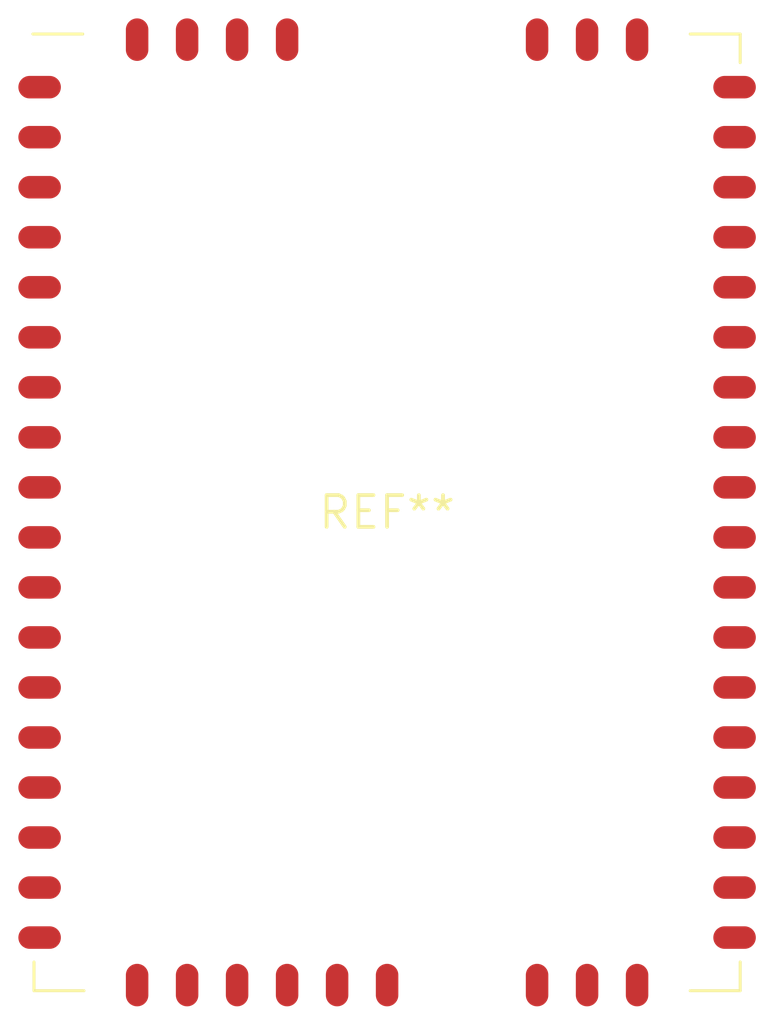
<source format=kicad_pcb>
(kicad_pcb (version 20240108) (generator pcbnew)
  (layers (0 "F.Cu" signal) (31 "B.Cu" signal) (34 "B.Paste" user) (35 "F.Paste" user) (36 "B.SilkS" user "B.Silkscreen") (37 "F.SilkS" user "F.Silkscreen") (38 "B.Mask" user) (39 "F.Mask" user) (44 "Edge.Cuts" user))
  (net 0 "")
  (footprint "Carambola2" (layer "F.Cu") (at 0 0)
    (property "Reference" "REF**")
    (property "Value" "Carambola2")
    (fp_line (start -14.17 -19.125) (end -12.175 -19.125) (layer "F.SilkS") (stroke (width 0.12)))
    (fp_line (start -14.125 17.98) (end -14.125 19.125) (layer "F.SilkS") (stroke (width 0.12)))
    (fp_line (start -12.125 19.125) (end -14.125 19.125) (layer "F.SilkS") (stroke (width 0.12)))
    (fp_line (start 12.125 -19.125) (end 14.125 -19.125) (layer "F.SilkS") (stroke (width 0.12)))
    (fp_line (start 12.125 19.125) (end 14.125 19.125) (layer "F.SilkS") (stroke (width 0.12)))
    (fp_line (start 14.125 -17.98) (end 14.125 -19.125) (layer "F.SilkS") (stroke (width 0.12)))
    (fp_line (start 14.125 17.975) (end 14.125 19.125) (layer "F.SilkS") (stroke (width 0.12)))
    (pad "1" smd oval (at -13.9 -17 90) (size 0.9 1.7) (layers "F.Cu" "F.Mask"))
    (pad "2" smd oval (at -13.9 -15 90) (size 0.9 1.7) (layers "F.Cu" "F.Mask"))
    (pad "3" smd oval (at -13.9 -13 90) (size 0.9 1.7) (layers "F.Cu" "F.Mask"))
    (pad "4" smd oval (at -13.9 -11 90) (size 0.9 1.7) (layers "F.Cu" "F.Mask"))
    (pad "5" smd oval (at -13.9 -9 90) (size 0.9 1.7) (layers "F.Cu" "F.Mask"))
    (pad "6" smd oval (at -13.9 -7 90) (size 0.9 1.7) (layers "F.Cu" "F.Mask"))
    (pad "7" smd oval (at -13.9 -5 90) (size 0.9 1.7) (layers "F.Cu" "F.Mask"))
    (pad "8" smd oval (at -13.9 -3 90) (size 0.9 1.7) (layers "F.Cu" "F.Mask"))
    (pad "9" smd oval (at -13.9 -1 90) (size 0.9 1.7) (layers "F.Cu" "F.Mask"))
    (pad "10" smd oval (at -13.9 1 90) (size 0.9 1.7) (layers "F.Cu" "F.Mask"))
    (pad "11" smd oval (at -13.9 3 90) (size 0.9 1.7) (layers "F.Cu" "F.Mask"))
    (pad "12" smd oval (at -13.9 5 90) (size 0.9 1.7) (layers "F.Cu" "F.Mask"))
    (pad "13" smd oval (at -13.9 7 90) (size 0.9 1.7) (layers "F.Cu" "F.Mask"))
    (pad "14" smd oval (at -13.9 9 270) (size 0.9 1.7) (layers "F.Cu" "F.Mask"))
    (pad "15" smd oval (at -13.9 11 270) (size 0.9 1.7) (layers "F.Cu" "F.Mask"))
    (pad "16" smd oval (at -13.9 13 270) (size 0.9 1.7) (layers "F.Cu" "F.Mask"))
    (pad "17" smd oval (at -13.9 15 270) (size 0.9 1.7) (layers "F.Cu" "F.Mask"))
    (pad "18" smd oval (at -13.9 17 270) (size 0.9 1.7) (layers "F.Cu" "F.Mask"))
    (pad "19" smd oval (at -10 18.9) (size 0.9 1.7) (layers "F.Cu" "F.Mask"))
    (pad "20" smd oval (at -8 18.9) (size 0.9 1.7) (layers "F.Cu" "F.Mask"))
    (pad "21" smd oval (at -6 18.9) (size 0.9 1.7) (layers "F.Cu" "F.Mask"))
    (pad "22" smd oval (at -4 18.9) (size 0.9 1.7) (layers "F.Cu" "F.Mask"))
    (pad "23" smd oval (at -2 18.9) (size 0.9 1.7) (layers "F.Cu" "F.Mask"))
    (pad "24" smd oval (at 0 18.9) (size 0.9 1.7) (layers "F.Cu" "F.Mask"))
    (pad "25" smd oval (at 6 18.9) (size 0.9 1.7) (layers "F.Cu" "F.Mask"))
    (pad "26" smd oval (at 8 18.9) (size 0.9 1.7) (layers "F.Cu" "F.Mask"))
    (pad "27" smd oval (at 10 18.9) (size 0.9 1.7) (layers "F.Cu" "F.Mask"))
    (pad "28" smd oval (at 13.9 17 90) (size 0.9 1.7) (layers "F.Cu" "F.Mask"))
    (pad "29" smd oval (at 13.9 15 90) (size 0.9 1.7) (layers "F.Cu" "F.Mask"))
    (pad "30" smd oval (at 13.9 13 90) (size 0.9 1.7) (layers "F.Cu" "F.Mask"))
    (pad "31" smd oval (at 13.9 11 90) (size 0.9 1.7) (layers "F.Cu" "F.Mask"))
    (pad "32" smd oval (at 13.9 9 90) (size 0.9 1.7) (layers "F.Cu" "F.Mask"))
    (pad "33" smd oval (at 13.9 7 90) (size 0.9 1.7) (layers "F.Cu" "F.Mask"))
    (pad "34" smd oval (at 13.9 5 90) (size 0.9 1.7) (layers "F.Cu" "F.Mask"))
    (pad "35" smd oval (at 13.9 3 90) (size 0.9 1.7) (layers "F.Cu" "F.Mask"))
    (pad "36" smd oval (at 13.9 1 90) (size 0.9 1.7) (layers "F.Cu" "F.Mask"))
    (pad "37" smd oval (at 13.9 -1 90) (size 0.9 1.7) (layers "F.Cu" "F.Mask"))
    (pad "38" smd oval (at 13.9 -3 90) (size 0.9 1.7) (layers "F.Cu" "F.Mask"))
    (pad "39" smd oval (at 13.9 -5 90) (size 0.9 1.7) (layers "F.Cu" "F.Mask"))
    (pad "40" smd oval (at 13.9 -7 270) (size 0.9 1.7) (layers "F.Cu" "F.Mask"))
    (pad "41" smd oval (at 13.9 -9 270) (size 0.9 1.7) (layers "F.Cu" "F.Mask"))
    (pad "42" smd oval (at 13.9 -11 270) (size 0.9 1.7) (layers "F.Cu" "F.Mask"))
    (pad "43" smd oval (at 13.9 -13 270) (size 0.9 1.7) (layers "F.Cu" "F.Mask"))
    (pad "44" smd oval (at 13.9 -15 270) (size 0.9 1.7) (layers "F.Cu" "F.Mask"))
    (pad "45" smd oval (at 13.9 -17 270) (size 0.9 1.7) (layers "F.Cu" "F.Mask"))
    (pad "46" smd oval (at 10 -18.9) (size 0.9 1.7) (layers "F.Cu" "F.Mask"))
    (pad "47" smd oval (at 8 -18.9) (size 0.9 1.7) (layers "F.Cu" "F.Mask"))
    (pad "48" smd oval (at 6 -18.9) (size 0.9 1.7) (layers "F.Cu" "F.Mask"))
    (pad "49" smd oval (at -4 -18.9) (size 0.9 1.7) (layers "F.Cu" "F.Mask"))
    (pad "50" smd oval (at -6 -18.9) (size 0.9 1.7) (layers "F.Cu" "F.Mask"))
    (pad "51" smd oval (at -8 -18.9) (size 0.9 1.7) (layers "F.Cu" "F.Mask"))
    (pad "52" smd oval (at -10 -18.9) (size 0.9 1.7) (layers "F.Cu" "F.Mask"))
  )
)
</source>
